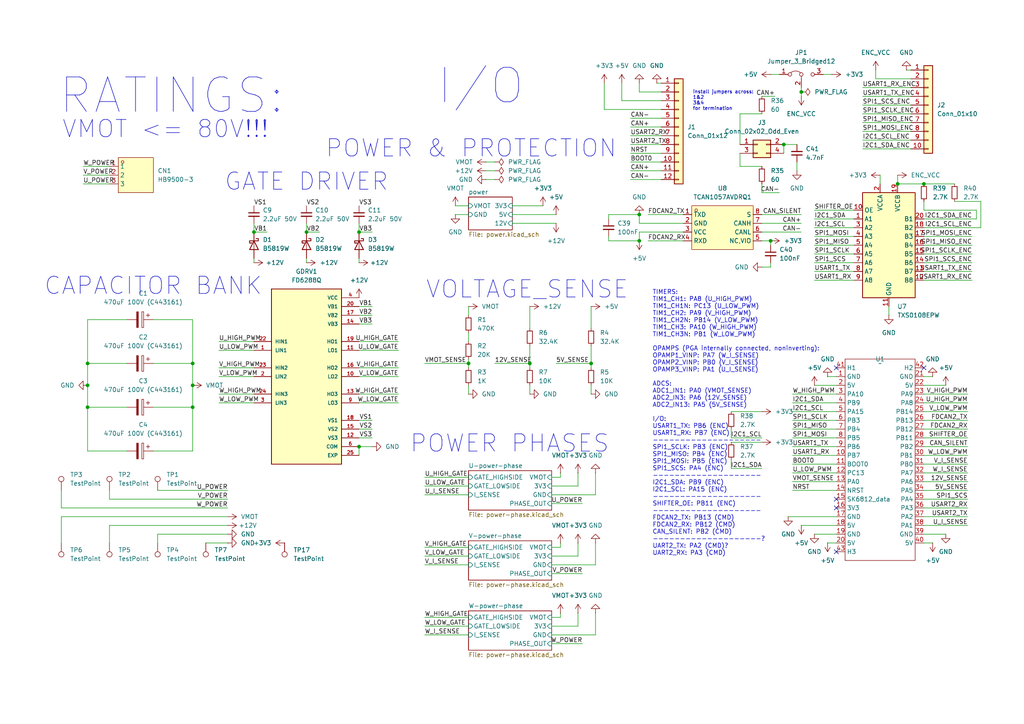
<source format=kicad_sch>
(kicad_sch (version 20250114) (generator "eeschema") (generator_version "9.0")
  (paper "A4")
  (text "POWER PHASES" (at 147.828 128.778 0) (effects (font (size 5 5))))
  (text "GATE DRIVER" (at 88.9 52.832 0) (effects (font (size 5 5))))
  (text "install jumpers across:\n1&2\n3&4\nfor termination" (at 200.914 29.21 0) (effects (font (size 1 1)) (justify left)))
  (text "TIMERS:\nTIM1_CH1: PA8 (U_HIGH_PWM)\nTIM1_CH1N: PC13 (U_LOW_PWM)\nTIM1_CH2: PA9 (V_HIGH_PWM)\nTIM1_CH2N: PB14 (V_LOW_PWM)\nTIM1_CH3: PA10 (W_HIGH_PWM)\nTIM1_CH3N: PB1 (W_LOW_PWM)\n\nOPAMPS (PGA internally connected, noninverting):\nOPAMP1_VINP: PA7 (W_I_SENSE)\nOPAMP2_VINP: PB0 (V_I_SENSE)\nOPAMP3_VINP: PA1 (U_I_SENSE)\n\nADCS:\nADC1_IN1: PA0 (VMOT_SENSE)\nADC2_IN3: PA6 (12V_SENSE)\nADC2_IN13: PA5 (5V_SENSE)\n\nI/O:\nUSART1_TX: PB6 (ENC)\nUSART1_RX: PB7 (ENC)\n--------------------\nSPI1_SCLK: PB3 (ENC)\nSPI1_MISO: PB4 (ENC)\nSPI1_MOSI: PB5 (ENC)\nSPI1_SCS: PA4 (ENC)\n--------------------\nI2C1_SDA: PB9 (ENC)\nI2C1_SCL: PA15 (ENC)\n--------------------\nSHIFTER_OE: PB11 (ENC)\n--------------------\nFDCAN2_TX: PB13 (CMD)\nFDCAN2_RX: PB12 (CMD)\nCAN_SILENT: PB2 (CMD)\n--------------------\r\nUART2_TX: PA2 (CMD)\r\nUART2_RX: PA3 (CMD)" (at 189.23 122.682 0) (effects (font (size 1.27 1.27)) (justify left)))
  (text "I/O" (at 139.446 25.146 0) (effects (font (size 10 10))))
  (text "POWER & PROTECTION" (at 136.652 43.18 0) (effects (font (size 5 5))))
  (text "RATINGS:" (at 49.784 27.94 0) (effects (font (size 10 10))))
  (text "VMOT <= 80V!!!" (at 48.006 37.592 0) (effects (font (size 5 5))))
  (text "VOLTAGE_SENSE" (at 152.908 84.074 0) (effects (font (size 5 5))))
  (text "CAPACITOR BANK" (at 44.45 83.058 0) (effects (font (size 5 5))))
  (junction (at 185.42 69.85))
  (junction (at 185.42 62.23))
  (junction (at 232.41 26.67))
  (junction (at 25.4 111.76))
  (junction (at 260.35 53.34))
  (junction (at 223.52 69.85))
  (junction (at 227.33 41.91))
  (junction (at 267.97 53.34))
  (junction (at 153.67 105.41))
  (junction (at 135.89 105.41))
  (junction (at 104.14 67.31))
  (junction (at 55.88 111.76))
  (junction (at 171.45 105.41))
  (junction (at 104.14 129.54))
  (junction (at 55.88 118.11))
  (junction (at 55.88 105.41))
  (junction (at 25.4 118.11))
  (junction (at 88.9 67.31))
  (junction (at 25.4 105.41))
  (junction (at 73.66 67.31))
  (no_connect (at 242.57 106.68))
  (no_connect (at 242.57 144.78))
  (no_connect (at 242.57 160.02))
  (no_connect (at 267.97 106.68))
  (no_connect (at 242.57 147.32))
  (wire (pts (xy 63.5 116.84) (xy 73.66 116.84)))
  (wire (pts (xy 63.5 114.3) (xy 73.66 114.3)))
  (wire (pts (xy 160.02 179.07) (xy 162.56 179.07)))
  (wire (pts (xy 267.97 139.7) (xy 280.67 139.7)))
  (wire (pts (xy 240.03 109.22) (xy 242.57 109.22)))
  (wire (pts (xy 143.51 105.41) (xy 153.67 105.41)))
  (wire (pts (xy 123.19 181.61) (xy 135.89 181.61)))
  (wire (pts (xy 236.22 71.12) (xy 247.65 71.12)))
  (wire (pts (xy 229.87 132.08) (xy 242.57 132.08)))
  (wire (pts (xy 36.83 92.71) (xy 25.4 92.71)))
  (wire (pts (xy 123.19 179.07) (xy 135.89 179.07)))
  (wire (pts (xy 198.12 64.77) (xy 185.42 64.77)))
  (wire (pts (xy 187.96 62.23) (xy 198.12 62.23)))
  (wire (pts (xy 153.67 88.9) (xy 153.67 95.25)))
  (wire (pts (xy 104.14 67.31) (xy 104.14 64.77)))
  (wire (pts (xy 231.14 46.99) (xy 231.14 49.53)))
  (wire (pts (xy 148.59 59.69) (xy 157.48 59.69)))
  (wire (pts (xy 267.97 144.78) (xy 280.67 144.78)))
  (wire (pts (xy 283.21 60.96) (xy 283.21 63.5)))
  (wire (pts (xy 214.63 33.02) (xy 214.63 41.91)))
  (wire (pts (xy 162.56 179.07) (xy 162.56 177.8)))
  (wire (pts (xy 224.79 27.94) (xy 220.98 27.94)))
  (wire (pts (xy 25.4 92.71) (xy 25.4 105.41)))
  (wire (pts (xy 284.48 66.04) (xy 284.48 58.42)))
  (wire (pts (xy 284.48 58.42) (xy 276.86 58.42)))
  (wire (pts (xy 162.56 158.75) (xy 162.56 157.48)))
  (wire (pts (xy 229.87 116.84) (xy 242.57 116.84)))
  (wire (pts (xy 267.97 134.62) (xy 280.67 134.62)))
  (wire (pts (xy 198.12 67.31) (xy 185.42 67.31)))
  (wire (pts (xy 148.59 62.23) (xy 161.29 62.23)))
  (wire (pts (xy 220.98 33.02) (xy 214.63 33.02)))
  (wire (pts (xy 44.45 130.81) (xy 55.88 130.81)))
  (wire (pts (xy 88.9 67.31) (xy 88.9 64.77)))
  (wire (pts (xy 220.98 55.88) (xy 226.06 55.88)))
  (wire (pts (xy 236.22 76.2) (xy 247.65 76.2)))
  (wire (pts (xy 260.35 53.34) (xy 267.97 53.34)))
  (wire (pts (xy 267.97 63.5) (xy 283.21 63.5)))
  (wire (pts (xy 267.97 53.34) (xy 276.86 53.34)))
  (wire (pts (xy 229.87 134.62) (xy 242.57 134.62)))
  (wire (pts (xy 267.97 114.3) (xy 280.67 114.3)))
  (wire (pts (xy 176.53 69.85) (xy 185.42 69.85)))
  (wire (pts (xy 135.89 105.41) (xy 135.89 106.68)))
  (wire (pts (xy 104.14 116.84) (xy 115.57 116.84)))
  (wire (pts (xy 123.19 161.29) (xy 135.89 161.29)))
  (wire (pts (xy 135.89 111.76) (xy 135.89 114.3)))
  (wire (pts (xy 104.14 91.44) (xy 107.95 91.44)))
  (wire (pts (xy 254 20.32) (xy 254 22.86)))
  (wire (pts (xy 31.75 152.4) (xy 31.75 157.48)))
  (wire (pts (xy 229.87 142.24) (xy 242.57 142.24)))
  (wire (pts (xy 17.78 149.86) (xy 17.78 157.48)))
  (wire (pts (xy 223.52 77.47) (xy 220.98 77.47)))
  (wire (pts (xy 161.29 105.41) (xy 171.45 105.41)))
  (wire (pts (xy 172.72 157.48) (xy 172.72 163.83)))
  (wire (pts (xy 176.53 68.58) (xy 176.53 69.85)))
  (wire (pts (xy 104.14 129.54) (xy 104.14 132.08)))
  (wire (pts (xy 250.19 40.64) (xy 264.16 40.64)))
  (wire (pts (xy 185.42 64.77) (xy 185.42 62.23)))
  (wire (pts (xy 254 22.86) (xy 264.16 22.86)))
  (wire (pts (xy 167.64 177.8) (xy 167.64 181.61)))
  (wire (pts (xy 104.14 114.3) (xy 115.57 114.3)))
  (wire (pts (xy 223.52 69.85) (xy 220.98 69.85)))
  (wire (pts (xy 63.5 99.06) (xy 73.66 99.06)))
  (wire (pts (xy 63.5 109.22) (xy 73.66 109.22)))
  (wire (pts (xy 59.69 157.48) (xy 66.04 157.48)))
  (wire (pts (xy 66.04 147.32) (xy 17.78 147.32)))
  (wire (pts (xy 267.97 149.86) (xy 280.67 149.86)))
  (wire (pts (xy 172.72 137.16) (xy 172.72 143.51)))
  (wire (pts (xy 267.97 129.54) (xy 280.67 129.54)))
  (wire (pts (xy 140.97 52.07) (xy 143.51 52.07)))
  (wire (pts (xy 107.95 67.31) (xy 104.14 67.31)))
  (wire (pts (xy 227.33 41.91) (xy 231.14 41.91)))
  (wire (pts (xy 172.72 177.8) (xy 172.72 184.15)))
  (wire (pts (xy 220.98 135.89) (xy 212.09 135.89)))
  (wire (pts (xy 236.22 66.04) (xy 247.65 66.04)))
  (wire (pts (xy 167.64 161.29) (xy 160.02 161.29)))
  (wire (pts (xy 267.97 58.42) (xy 267.97 60.96)))
  (wire (pts (xy 182.88 41.91) (xy 191.77 41.91)))
  (wire (pts (xy 153.67 100.33) (xy 153.67 105.41)))
  (wire (pts (xy 223.52 76.2) (xy 223.52 77.47)))
  (wire (pts (xy 232.41 152.4) (xy 242.57 152.4)))
  (wire (pts (xy 267.97 60.96) (xy 283.21 60.96)))
  (wire (pts (xy 182.88 36.83) (xy 191.77 36.83)))
  (wire (pts (xy 238.76 21.59) (xy 241.3 21.59)))
  (wire (pts (xy 160.02 146.05) (xy 168.91 146.05)))
  (wire (pts (xy 257.81 88.9) (xy 257.81 91.44)))
  (wire (pts (xy 123.19 138.43) (xy 135.89 138.43)))
  (wire (pts (xy 182.88 34.29) (xy 191.77 34.29)))
  (wire (pts (xy 167.64 157.48) (xy 167.64 161.29)))
  (wire (pts (xy 160.02 158.75) (xy 162.56 158.75)))
  (wire (pts (xy 176.53 63.5) (xy 176.53 62.23)))
  (wire (pts (xy 104.14 121.92) (xy 107.95 121.92)))
  (wire (pts (xy 267.97 121.92) (xy 280.67 121.92)))
  (wire (pts (xy 229.87 139.7) (xy 242.57 139.7)))
  (wire (pts (xy 229.87 121.92) (xy 242.57 121.92)))
  (wire (pts (xy 55.88 118.11) (xy 55.88 111.76)))
  (wire (pts (xy 140.97 49.53) (xy 143.51 49.53)))
  (wire (pts (xy 220.98 55.88) (xy 220.98 53.34)))
  (wire (pts (xy 250.19 35.56) (xy 264.16 35.56)))
  (wire (pts (xy 88.9 76.2) (xy 88.9 74.93)))
  (wire (pts (xy 232.41 26.67) (xy 232.41 25.4)))
  (wire (pts (xy 191.77 31.75) (xy 175.26 31.75)))
  (wire (pts (xy 220.98 67.31) (xy 232.41 67.31)))
  (wire (pts (xy 187.96 69.85) (xy 198.12 69.85)))
  (wire (pts (xy 223.52 71.12) (xy 223.52 69.85)))
  (wire (pts (xy 267.97 124.46) (xy 280.67 124.46)))
  (wire (pts (xy 135.89 88.9) (xy 135.89 91.44)))
  (wire (pts (xy 212.09 119.38) (xy 220.98 119.38)))
  (wire (pts (xy 182.88 49.53) (xy 191.77 49.53)))
  (wire (pts (xy 123.19 163.83) (xy 135.89 163.83)))
  (wire (pts (xy 63.5 106.68) (xy 73.66 106.68)))
  (wire (pts (xy 229.87 137.16) (xy 242.57 137.16)))
  (wire (pts (xy 250.19 43.18) (xy 264.16 43.18)))
  (wire (pts (xy 260.35 50.8) (xy 260.35 53.34)))
  (wire (pts (xy 24.13 48.26) (xy 31.75 48.26)))
  (wire (pts (xy 229.87 129.54) (xy 242.57 129.54)))
  (wire (pts (xy 236.22 63.5) (xy 247.65 63.5)))
  (wire (pts (xy 55.88 92.71) (xy 55.88 105.41)))
  (wire (pts (xy 214.63 48.26) (xy 214.63 44.45)))
  (wire (pts (xy 171.45 100.33) (xy 171.45 105.41)))
  (wire (pts (xy 220.98 48.26) (xy 214.63 48.26)))
  (wire (pts (xy 132.08 59.69) (xy 135.89 59.69)))
  (wire (pts (xy 25.4 111.76) (xy 25.4 105.41)))
  (wire (pts (xy 228.6 149.86) (xy 242.57 149.86)))
  (wire (pts (xy 104.14 109.22) (xy 115.57 109.22)))
  (wire (pts (xy 274.32 154.94) (xy 267.97 154.94)))
  (wire (pts (xy 44.45 92.71) (xy 55.88 92.71)))
  (wire (pts (xy 267.97 147.32) (xy 280.67 147.32)))
  (wire (pts (xy 140.97 46.99) (xy 143.51 46.99)))
  (wire (pts (xy 267.97 71.12) (xy 281.94 71.12)))
  (wire (pts (xy 172.72 163.83) (xy 160.02 163.83)))
  (wire (pts (xy 171.45 105.41) (xy 171.45 106.68)))
  (wire (pts (xy 240.03 157.48) (xy 242.57 157.48)))
  (wire (pts (xy 167.64 181.61) (xy 160.02 181.61)))
  (wire (pts (xy 212.09 135.89) (xy 212.09 133.35)))
  (wire (pts (xy 167.64 137.16) (xy 167.64 140.97)))
  (wire (pts (xy 236.22 111.76) (xy 242.57 111.76)))
  (wire (pts (xy 167.64 140.97) (xy 160.02 140.97)))
  (wire (pts (xy 182.88 52.07) (xy 191.77 52.07)))
  (wire (pts (xy 104.14 76.2) (xy 104.14 74.93)))
  (wire (pts (xy 160.02 186.69) (xy 168.91 186.69)))
  (wire (pts (xy 104.14 99.06) (xy 115.57 99.06)))
  (wire (pts (xy 45.72 142.24) (xy 66.04 142.24)))
  (wire (pts (xy 66.04 144.78) (xy 31.75 144.78)))
  (wire (pts (xy 267.97 78.74) (xy 281.94 78.74)))
  (wire (pts (xy 250.19 38.1) (xy 264.16 38.1)))
  (wire (pts (xy 171.45 88.9) (xy 171.45 95.25)))
  (wire (pts (xy 104.14 101.6) (xy 115.57 101.6)))
  (wire (pts (xy 123.19 140.97) (xy 135.89 140.97)))
  (wire (pts (xy 236.22 60.96) (xy 247.65 60.96)))
  (wire (pts (xy 267.97 119.38) (xy 280.67 119.38)))
  (wire (pts (xy 153.67 111.76) (xy 153.67 114.3)))
  (wire (pts (xy 171.45 111.76) (xy 171.45 114.3)))
  (wire (pts (xy 104.14 93.98) (xy 107.95 93.98)))
  (wire (pts (xy 24.13 50.8) (xy 31.75 50.8)))
  (wire (pts (xy 267.97 111.76) (xy 274.32 111.76)))
  (wire (pts (xy 236.22 154.94) (xy 242.57 154.94)))
  (wire (pts (xy 236.22 73.66) (xy 247.65 73.66)))
  (wire (pts (xy 229.87 114.3) (xy 242.57 114.3)))
  (wire (pts (xy 172.72 143.51) (xy 160.02 143.51)))
  (wire (pts (xy 182.88 39.37) (xy 191.77 39.37)))
  (wire (pts (xy 185.42 67.31) (xy 185.42 69.85)))
  (wire (pts (xy 66.04 154.94) (xy 45.72 154.94)))
  (wire (pts (xy 229.87 124.46) (xy 242.57 124.46)))
  (wire (pts (xy 212.09 127) (xy 212.09 124.46)))
  (wire (pts (xy 44.45 118.11) (xy 55.88 118.11)))
  (wire (pts (xy 220.98 127) (xy 212.09 127)))
  (wire (pts (xy 262.89 20.32) (xy 264.16 20.32)))
  (wire (pts (xy 220.98 64.77) (xy 232.41 64.77)))
  (wire (pts (xy 104.14 88.9) (xy 107.95 88.9)))
  (wire (pts (xy 160.02 138.43) (xy 162.56 138.43)))
  (wire (pts (xy 176.53 62.23) (xy 185.42 62.23)))
  (wire (pts (xy 182.88 46.99) (xy 191.77 46.99)))
  (wire (pts (xy 45.72 154.94) (xy 45.72 157.48)))
  (wire (pts (xy 267.97 66.04) (xy 284.48 66.04)))
  (wire (pts (xy 104.14 124.46) (xy 107.95 124.46)))
  (wire (pts (xy 55.88 105.41) (xy 44.45 105.41)))
  (wire (pts (xy 135.89 104.14) (xy 135.89 105.41)))
  (wire (pts (xy 185.42 26.67) (xy 185.42 24.13)))
  (wire (pts (xy 175.26 24.13) (xy 175.26 31.75)))
  (wire (pts (xy 267.97 137.16) (xy 280.67 137.16)))
  (wire (pts (xy 267.97 76.2) (xy 281.94 76.2)))
  (wire (pts (xy 190.5 24.13) (xy 191.77 24.13)))
  (wire (pts (xy 267.97 81.28) (xy 281.94 81.28)))
  (wire (pts (xy 220.98 62.23) (xy 232.41 62.23)))
  (wire (pts (xy 270.51 157.48) (xy 267.97 157.48)))
  (wire (pts (xy 123.19 184.15) (xy 135.89 184.15)))
  (wire (pts (xy 191.77 26.67) (xy 185.42 26.67)))
  (wire (pts (xy 25.4 105.41) (xy 36.83 105.41)))
  (wire (pts (xy 236.22 68.58) (xy 247.65 68.58)))
  (wire (pts (xy 212.09 128.27) (xy 220.98 128.27)))
  (wire (pts (xy 250.19 25.4) (xy 264.16 25.4)))
  (wire (pts (xy 162.56 138.43) (xy 162.56 137.16)))
  (wire (pts (xy 135.89 96.52) (xy 135.89 99.06)))
  (wire (pts (xy 66.04 149.86) (xy 17.78 149.86)))
  (wire (pts (xy 36.83 118.11) (xy 25.4 118.11)))
  (wire (pts (xy 236.22 78.74) (xy 247.65 78.74)))
  (wire (pts (xy 229.87 127) (xy 242.57 127)))
  (wire (pts (xy 123.19 105.41) (xy 135.89 105.41)))
  (wire (pts (xy 55.88 111.76) (xy 55.88 105.41)))
  (wire (pts (xy 223.52 21.59) (xy 226.06 21.59)))
  (wire (pts (xy 172.72 184.15) (xy 160.02 184.15)))
  (wire (pts (xy 255.27 50.8) (xy 255.27 53.34)))
  (wire (pts (xy 31.75 144.78) (xy 31.75 142.24)))
  (wire (pts (xy 92.71 67.31) (xy 88.9 67.31)))
  (wire (pts (xy 267.97 73.66) (xy 281.94 73.66)))
  (wire (pts (xy 55.88 118.11) (xy 55.88 130.81)))
  (wire (pts (xy 232.41 27.94) (xy 232.41 26.67)))
  (wire (pts (xy 236.22 81.28) (xy 247.65 81.28)))
  (wire (pts (xy 73.66 76.2) (xy 73.66 74.93)))
  (wire (pts (xy 250.19 33.02) (xy 264.16 33.02)))
  (wire (pts (xy 25.4 111.76) (xy 25.4 118.11)))
  (wire (pts (xy 77.47 67.31) (xy 73.66 67.31)))
  (wire (pts (xy 267.97 152.4) (xy 280.67 152.4)))
  (wire (pts (xy 267.97 132.08) (xy 280.67 132.08)))
  (wire (pts (xy 227.33 41.91) (xy 227.33 44.45)))
  (wire (pts (xy 25.4 130.81) (xy 25.4 118.11)))
  (wire (pts (xy 123.19 143.51) (xy 135.89 143.51)))
  (wire (pts (xy 267.97 127) (xy 280.67 127)))
  (wire (pts (xy 153.67 105.41) (xy 153.67 106.68)))
  (wire (pts (xy 148.59 64.77) (xy 161.29 64.77)))
  (wire (pts (xy 104.14 106.68) (xy 115.57 106.68)))
  (wire (pts (xy 63.5 101.6) (xy 73.66 101.6)))
  (wire (pts (xy 267.97 109.22) (xy 270.51 109.22)))
  (wire (pts (xy 180.34 29.21) (xy 180.34 24.13)))
  (wire (pts (xy 229.87 119.38) (xy 242.57 119.38)))
  (wire (pts (xy 17.78 147.32) (xy 17.78 142.24)))
  (wire (pts (xy 160.02 166.37) (xy 168.91 166.37)))
  (wire (pts (xy 267.97 142.24) (xy 280.67 142.24)))
  (wire (pts (xy 123.19 158.75) (xy 135.89 158.75)))
  (wire (pts (xy 267.97 68.58) (xy 281.94 68.58)))
  (wire (pts (xy 267.97 116.84) (xy 280.67 116.84)))
  (wire (pts (xy 182.88 44.45) (xy 191.77 44.45)))
  (wire (pts (xy 250.19 30.48) (xy 264.16 30.48)))
  (wire (pts (xy 66.04 152.4) (xy 31.75 152.4)))
  (wire (pts (xy 250.19 27.94) (xy 264.16 27.94)))
  (wire (pts (xy 191.77 29.21) (xy 180.34 29.21)))
  (wire (pts (xy 132.08 62.23) (xy 135.89 62.23)))
  (wire (pts (xy 73.66 67.31) (xy 73.66 64.77)))
  (wire (pts (xy 104.14 127) (xy 107.95 127)))
  (wire (pts (xy 104.14 129.54) (xy 107.95 129.54)))
  (wire (pts (xy 36.83 130.81) (xy 25.4 130.81)))
  (wire (pts (xy 24.13 53.34) (xy 31.75 53.34)))
  (label "I2C1_SDA_ENC" (at 250.19 43.18 0))
  (label "W_HIGH_GATE" (at 123.19 179.07 0))
  (label "SPI1_MISO" (at 229.87 124.46 0))
  (label "V_POWER" (at 66.04 144.78 180))
  (label "W_POWER" (at 66.04 147.32 180))
  (label "SPI1_MISO_ENC" (at 250.19 35.56 0))
  (label "VB2" (at 92.71 67.31 180))
  (label "SPI1_MISO" (at 236.22 71.12 0))
  (label "V_I_SENSE" (at 123.19 163.83 0))
  (label "U_HIGH_PWM" (at 63.5 99.06 0))
  (label "I2C1_SDA" (at 236.22 63.5 0))
  (label "USART1_TX_ENC" (at 250.19 27.94 0))
  (label "VS3" (at 107.95 127 180))
  (label "V_POWER" (at 168.91 166.37 180))
  (label "V_HIGH_PWM" (at 280.67 114.3 180))
  (label "U_POWER" (at 66.04 142.24 180))
  (label "U_LOW_PWM" (at 63.5 101.6 0))
  (label "I2C1_SDA" (at 220.98 135.89 180))
  (label "USART1_TX_ENC" (at 281.94 78.74 180))
  (label "SPI1_SCS_ENC" (at 281.94 76.2 180))
  (label "VB3" (at 107.95 67.31 180))
  (label "FDCAN2_TX" (at 280.67 121.92 180))
  (label "USART2_TX" (at 280.67 149.86 180))
  (label "SPI1_MOSI_ENC" (at 281.94 68.58 180))
  (label "U_LOW_GATE" (at 115.57 101.6 180))
  (label "I2C1_SDA" (at 229.87 116.84 0))
  (label "I2C1_SCL" (at 236.22 66.04 0))
  (label "VS2" (at 88.9 59.69 0))
  (label "VS3" (at 104.14 59.69 0))
  (label "VMOT_SENSE" (at 229.87 139.7 0))
  (label "W_HIGH_PWM" (at 229.87 114.3 0))
  (label "FDCAN2_RX" (at 280.67 124.46 180))
  (label "CAN-" (at 226.06 55.88 180))
  (label "U_LOW_GATE" (at 123.19 140.97 0))
  (label "V_LOW_PWM" (at 63.5 109.22 0))
  (label "BOOT0" (at 229.87 134.62 0))
  (label "W_LOW_PWM" (at 63.5 116.84 0))
  (label "W_POWER" (at 24.13 48.26 0))
  (label "USART2_TX" (at 182.88 41.91 0))
  (label "SHIFTER_OE" (at 236.22 60.96 0))
  (label "V_HIGH_GATE" (at 123.19 158.75 0))
  (label "USART2_RX" (at 280.67 147.32 180))
  (label "I2C1_SCL" (at 220.98 127 180))
  (label "V_LOW_PWM" (at 280.67 119.38 180))
  (label "W_LOW_GATE" (at 123.19 181.61 0))
  (label "5V_SENSE" (at 161.29 105.41 0))
  (label "V_I_SENSE" (at 280.67 134.62 180))
  (label "USART1_RX" (at 229.87 132.08 0))
  (label "VS1" (at 107.95 121.92 180))
  (label "FDCAN2_TX" (at 187.96 62.23 0))
  (label "U_I_SENSE" (at 123.19 143.51 0))
  (label "CAN+" (at 182.88 36.83 0))
  (label "V_LOW_GATE" (at 123.19 161.29 0))
  (label "V_HIGH_GATE" (at 115.57 106.68 180))
  (label "SPI1_SCS" (at 280.67 144.78 180))
  (label "V_LOW_GATE" (at 115.57 109.22 180))
  (label "CAN_SILENT" (at 232.41 62.23 180))
  (label "SPI1_SCLK_ENC" (at 250.19 33.02 0))
  (label "USART1_RX_ENC" (at 281.94 81.28 180))
  (label "W_POWER" (at 168.91 186.69 180))
  (label "SPI1_MOSI_ENC" (at 250.19 38.1 0))
  (label "VS1" (at 73.66 59.69 0))
  (label "CAN-" (at 232.41 67.31 180))
  (label "VS2" (at 107.95 124.46 180))
  (label "I2C1_SCL" (at 229.87 119.38 0))
  (label "W_LOW_GATE" (at 115.57 116.84 180))
  (label "12V_SENSE" (at 280.67 139.7 180))
  (label "V_POWER" (at 24.13 50.8 0))
  (label "VB1" (at 107.95 88.9 180))
  (label "VB2" (at 107.95 91.44 180))
  (label "U_POWER" (at 24.13 53.34 0))
  (label "U_POWER" (at 168.91 146.05 180))
  (label "CAN-" (at 182.88 34.29 0))
  (label "SHIFTER_OE" (at 280.67 127 180))
  (label "CAN-" (at 182.88 52.07 0))
  (label "I2C1_SCL_ENC" (at 250.19 40.64 0))
  (label "CAN_SILENT" (at 280.67 129.54 180))
  (label "NRST" (at 182.88 44.45 0))
  (label "USART1_TX" (at 229.87 129.54 0))
  (label "V_HIGH_PWM" (at 63.5 106.68 0))
  (label "U_LOW_PWM" (at 229.87 137.16 0))
  (label "SPI1_SCS_ENC" (at 250.19 30.48 0))
  (label "CAN+" (at 182.88 49.53 0))
  (label "U_I_SENSE" (at 280.67 152.4 180))
  (label "W_LOW_PWM" (at 280.67 132.08 180))
  (label "VB1" (at 77.47 67.31 180))
  (label "12V_SENSE" (at 143.51 105.41 0))
  (label "CAN+" (at 232.41 64.77 180))
  (label "BOOT0" (at 182.88 46.99 0))
  (label "CAN+" (at 224.79 27.94 180))
  (label "W_HIGH_GATE" (at 115.57 114.3 180))
  (label "USART2_RX" (at 182.88 39.37 0))
  (label "VMOT_SENSE" (at 123.19 105.41 0))
  (label "U_HIGH_PWM" (at 280.67 116.84 180))
  (label "W_I_SENSE" (at 123.19 184.15 0))
  (label "SPI1_MISO_ENC" (at 281.94 71.12 180))
  (label "VB3" (at 107.95 93.98 180))
  (label "USART1_TX" (at 236.22 78.74 0))
  (label "FDCAN2_RX" (at 187.96 69.85 0))
  (label "U_HIGH_GATE" (at 123.19 138.43 0))
  (label "I2C1_SDA_ENC" (at 281.94 63.5 180))
  (label "NRST" (at 229.87 142.24 0))
  (label "I2C1_SCL_ENC" (at 281.94 66.04 180))
  (label "USART1_RX_ENC" (at 250.19 25.4 0))
  (label "W_HIGH_PWM" (at 63.5 114.3 0))
  (label "U_HIGH_GATE" (at 115.57 99.06 180))
  (label "W_I_SENSE" (at 280.67 137.16 180))
  (label "SPI1_MOSI" (at 229.87 127 0))
  (label "SPI1_SCLK" (at 236.22 73.66 0))
  (label "5V_SENSE" (at 280.67 142.24 180))
  (label "SPI1_SCS" (at 236.22 76.2 0))
  (label "USART1_RX" (at 236.22 81.28 0))
  (label "SPI1_SCLK" (at 229.87 121.92 0))
  (label "SPI1_SCLK_ENC" (at 281.94 73.66 180))
  (label "SPI1_MOSI" (at 236.22 68.58 0))
  (symbol (lib_id "power:GND") (at 185.42 24.13 180) (unit 1)
    (property "Reference" "#PWR050" (effects (hide yes)))
    (property "Value" "GND" (at 185.42 19.05 0))
    (property "Description" "Power symbol creates a global label with name \"GND\" , ground" (effects (hide yes)))
  )
  (symbol (lib_id "power:VCC") (at 132.08 59.69 0) (unit 1)
    (property "Reference" "#PWR020" (effects (hide yes)))
    (property "Value" "VMOT" (at 132.08 54.61 0))
    (property "Description" "Power symbol creates a global label with name \"VCC\"" (effects (hide yes)))
  )
  (symbol (lib_id "power:PWR_FLAG") (at 232.41 26.67 270) (unit 1)
    (property "Reference" "#FLG06" (effects (hide yes)))
    (property "Value" "PWR_FLAG" (at 236.22 26.67 90) (effects (justify left)))
    (property "Description" "Special symbol for telling ERC where power comes from" (effects (hide yes)))
  )
  (symbol (lib_id "power:GND") (at 262.89 20.32 180) (unit 1)
    (property "Reference" "#PWR037" (effects (hide yes)))
    (property "Value" "GND" (at 262.89 15.24 0))
    (property "Description" "Power symbol creates a global label with name \"GND\" , ground" (effects (hide yes)))
  )
  (symbol (lib_id "Device:R_Small") (at 220.98 50.8 0) (unit 1)
    (property "Reference" "R35" (at 223.52 49.53 0) (effects (justify left)))
    (property "Value" "60" (at 223.52 52.07 0) (effects (justify left)))
    (property "Footprint" "Resistor_SMD:R_0603_1608Metric" (effects (hide yes)))
    (property "Description" "Resistor, small symbol" (effects (hide yes)))
  )
  (symbol (lib_id "Device:C_Polarized") (at 40.64 118.11 270) (unit 1)
    (property "Reference" "C3" (at 41.529 110.49 90))
    (property "Value" "470uF 100V (C443161)" (at 41.529 113.03 90))
    (property "Footprint" "Capacitor_THT:C_Radial_D18.0mm_H35.5mm_P7.50mm" (effects (hide yes)))
    (property "Description" "Polarized capacitor" (effects (hide yes)))
  )
  (symbol (lib_id "power:GND") (at 231.14 49.53 0) (unit 1)
    (property "Reference" "#PWR055" (effects (hide yes)))
    (property "Value" "GND" (at 231.14 54.61 0))
    (property "Description" "Power symbol creates a global label with name \"GND\" , ground" (effects (hide yes)))
  )
  (symbol (lib_id "Connector_Generic:Conn_02x02_Odd_Even") (at 219.71 41.91 0) (unit 1)
    (property "Reference" "J3" (at 220.98 35.56 0))
    (property "Value" "Conn_02x02_Odd_Even" (at 220.98 38.1 0))
    (property "Footprint" "Connector_PinHeader_2.54mm:PinHeader_2x02_P2.54mm_Vertical" (effects (hide yes)))
    (property "Description" "Generic connector, double row, 02x02, odd/even pin numbering scheme (row 1 odd numbers, row 2 even numbers), script generated (kicad-library-utils/schlib/autogen/connector/)" (effects (hide yes)))
  )
  (symbol (lib_id "power:+5V") (at 236.22 111.76 0) (mirror y) (unit 1)
    (property "Reference" "#PWR034" (effects (hide yes)))
    (property "Value" "+5V" (at 236.22 106.68 0))
    (property "Description" "Power symbol creates a global label with name \"+5V\"" (effects (hide yes)))
  )
  (symbol (lib_id "power:+3V3") (at 232.41 27.94 180) (unit 1)
    (property "Reference" "#PWR040" (effects (hide yes)))
    (property "Value" "ENC_VCC" (at 232.41 33.02 0))
    (property "Description" "Power symbol creates a global label with name \"+3V3\"" (effects (hide yes)))
  )
  (symbol (lib_id "power:GND") (at 107.95 129.54 90) (unit 1)
    (property "Reference" "#PWR08" (effects (hide yes)))
    (property "Value" "GND" (at 111.76 129.54 90) (effects (justify right)))
    (property "Description" "Power symbol creates a global label with name \"GND\" , ground" (effects (hide yes)))
  )
  (symbol (lib_id "Device:R_Small") (at 135.89 101.6 0) (unit 1)
    (property "Reference" "R2" (at 138.43 100.33 0) (effects (justify left)))
    (property "Value" "20K" (at 138.43 102.87 0) (effects (justify left)))
    (property "Footprint" "Resistor_SMD:R_0603_1608Metric" (effects (hide yes)))
    (property "Description" "Resistor, small symbol" (effects (hide yes)))
  )
  (symbol (lib_id "power:GND") (at 236.22 154.94 0) (unit 1)
    (property "Reference" "#PWR025" (effects (hide yes)))
    (property "Value" "GND" (at 236.22 160.02 0))
    (property "Description" "Power symbol creates a global label with name \"GND\" , ground" (effects (hide yes)))
  )
  (symbol (lib_id "Custom:STM32G491CET6_breakout") (at 255.27 134.62 0) (unit 1)
    (property "Reference" "U1" (at 255.27 104.14 0))
    (property "Value" "~" (at 255.27 105.41 0))
    (property "Footprint" "Custom:STM32G491CET6 breakout" (effects (hide yes)))
  )
  (symbol (lib_id "power:+3V3") (at 167.64 157.48 0) (unit 1)
    (property "Reference" "#PWR015" (effects (hide yes)))
    (property "Value" "+3V3" (at 167.64 152.4 0))
    (property "Description" "Power symbol creates a global label with name \"+3V3\"" (effects (hide yes)))
  )
  (symbol (lib_id "EasyEDA:HB9500-3") (at 38.1 50.8 0) (unit 1)
    (property "Reference" "CN1" (at 45.72 49.53 0) (effects (justify left)))
    (property "Value" "HB9500-3" (at 45.72 52.07 0) (effects (justify left)))
    (property "Footprint" "EasyEDA:CONN-TH_3P-P9.50_HB9500-9.5-3P" (effects (hide yes)))
    (property "Datasheet" "https://lcsc.com/product-detail/Terminal-Blocks_Terminals-pitch9-5MM-3P_C162697.html" (effects (hide yes)))
    (property "LCSC Part" "C162697" (effects (hide yes)))
  )
  (symbol (lib_id "Device:R_Small") (at 267.97 55.88 0) (unit 1)
    (property "Reference" "R39" (at 270.51 54.61 0) (effects (justify left)))
    (property "Value" "2.7K" (at 270.51 57.15 0) (effects (justify left)))
    (property "Footprint" "Resistor_SMD:R_0603_1608Metric" (effects (hide yes)))
    (property "Description" "Resistor, small symbol" (effects (hide yes)))
  )
  (symbol (lib_id "power:+5V") (at 240.03 157.48 180) (unit 1)
    (property "Reference" "#PWR027" (effects (hide yes)))
    (property "Value" "+5V" (at 240.03 162.56 0))
    (property "Description" "Power symbol creates a global label with name \"+5V\"" (effects (hide yes)))
  )
  (symbol (lib_id "power:GND") (at 240.03 109.22 180) (unit 1)
    (property "Reference" "#PWR023" (effects (hide yes)))
    (property "Value" "GND" (at 240.03 104.14 0))
    (property "Description" "Power symbol creates a global label with name \"GND\" , ground" (effects (hide yes)))
  )
  (symbol (lib_id "Device:C_Polarized") (at 40.64 130.81 270) (unit 1)
    (property "Reference" "C4" (at 41.529 123.19 90))
    (property "Value" "470uF 100V (C443161)" (at 41.529 125.73 90))
    (property "Footprint" "Capacitor_THT:C_Radial_D18.0mm_H35.5mm_P7.50mm" (effects (hide yes)))
    (property "Description" "Polarized capacitor" (effects (hide yes)))
  )
  (symbol (lib_id "power:+12V") (at 161.29 64.77 180) (unit 1)
    (property "Reference" "#PWR07" (effects (hide yes)))
    (property "Value" "+12V" (at 161.29 69.85 0))
    (property "Description" "Power symbol creates a global label with name \"+12V\"" (effects (hide yes)))
  )
  (symbol (lib_id "power:+3V3") (at 241.3 21.59 270) (unit 1)
    (property "Reference" "#PWR036" (effects (hide yes)))
    (property "Value" "+3V3" (at 245.11 21.59 90) (effects (justify left)))
    (property "Description" "Power symbol creates a global label with name \"+3V3\"" (effects (hide yes)))
  )
  (symbol (lib_id "Device:R_Small") (at 212.09 130.81 0) (unit 1)
    (property "Reference" "R37" (at 214.63 129.54 0) (effects (justify left)))
    (property "Value" "2.7K" (at 214.63 132.08 0) (effects (justify left)))
    (property "Footprint" "Resistor_SMD:R_0603_1608Metric" (effects (hide yes)))
    (property "Description" "Resistor, small symbol" (effects (hide yes)))
  )
  (symbol (lib_id "power:GND") (at 132.08 62.23 0) (unit 1)
    (property "Reference" "#PWR021" (effects (hide yes)))
    (property "Value" "GND" (at 132.08 67.31 0))
    (property "Description" "Power symbol creates a global label with name \"GND\" , ground" (effects (hide yes)))
  )
  (symbol (lib_id "power:VCC") (at 55.88 111.76 270) (unit 1)
    (property "Reference" "#PWR02" (effects (hide yes)))
    (property "Value" "VMOT" (at 59.69 111.76 90) (effects (justify left)))
    (property "Description" "Power symbol creates a global label with name \"VCC\"" (effects (hide yes)))
  )
  (symbol (lib_id "power:+3V3") (at 157.48 59.69 0) (unit 1)
    (property "Reference" "#PWR035" (effects (hide yes)))
    (property "Value" "+3V3" (at 157.48 54.61 0))
    (property "Description" "Power symbol creates a global label with name \"+3V3\"" (effects (hide yes)))
  )
  (symbol (lib_id "Device:C_Small") (at 104.14 62.23 0) (unit 1)
    (property "Reference" "C11" (at 106.68 60.9663 0) (effects (justify left)))
    (property "Value" "2.2uF 50V" (at 106.68 63.5063 0) (effects (justify left)))
    (property "Footprint" "Capacitor_SMD:C_0805_2012Metric" (effects (hide yes)))
    (property "Description" "Unpolarized capacitor, small symbol" (effects (hide yes)))
  )
  (symbol (lib_id "EasyEDA:TCAN1057AVDRQ1") (at 210.82 67.31 0) (unit 1)
    (property "Reference" "U8" (at 209.55 54.61 0))
    (property "Value" "TCAN1057AVDRQ1" (at 209.55 57.15 0))
    (property "Footprint" "EasyEDA:SOIC-8_L4.9-W3.9-P1.27-LS6.0-BL" (effects (hide yes)))
    (property "LCSC Part" "C3235000" (effects (hide yes)))
  )
  (symbol (lib_id "power:+3V3") (at 260.35 50.8 270) (unit 1)
    (property "Reference" "#PWR042" (effects (hide yes)))
    (property "Value" "ENC_VCC" (at 264.16 50.8 90) (effects (justify left)))
    (property "Description" "Power symbol creates a global label with name \"+3V3\"" (effects (hide yes)))
  )
  (symbol (lib_id "power:+3V3") (at 220.98 128.27 270) (unit 1)
    (property "Reference" "#PWR059" (effects (hide yes)))
    (property "Value" "+3V3" (at 224.79 128.27 90) (effects (justify left)))
    (property "Description" "Power symbol creates a global label with name \"+3V3\"" (effects (hide yes)))
  )
  (symbol (lib_id "power:GND") (at 274.32 154.94 0) (mirror y) (unit 1)
    (property "Reference" "#PWR031" (effects (hide yes)))
    (property "Value" "GND" (at 274.32 160.02 0))
    (property "Description" "Power symbol creates a global label with name \"GND\" , ground" (effects (hide yes)))
  )
  (symbol (lib_id "Device:C_Polarized") (at 40.64 92.71 270) (unit 1)
    (property "Reference" "C1" (at 41.529 85.09 90))
    (property "Value" "470uF 100V (C443161)" (at 41.529 87.63 90))
    (property "Footprint" "Capacitor_THT:C_Radial_D18.0mm_H35.5mm_P7.50mm" (effects (hide yes)))
    (property "Description" "Polarized capacitor" (effects (hide yes)))
  )
  (symbol (lib_id "Device:C_Polarized") (at 40.64 105.41 270) (unit 1)
    (property "Reference" "C2" (at 41.529 97.79 90))
    (property "Value" "470uF 100V (C443161)" (at 41.529 100.33 90))
    (property "Footprint" "Capacitor_THT:C_Radial_D18.0mm_H35.5mm_P7.50mm" (effects (hide yes)))
    (property "Description" "Polarized capacitor" (effects (hide yes)))
  )
  (symbol (lib_id "power:+3V3") (at 223.52 69.85 270) (unit 1)
    (property "Reference" "#PWR058" (effects (hide yes)))
    (property "Value" "+3V3" (at 227.33 69.85 90) (effects (justify left)))
    (property "Description" "Power symbol creates a global label with name \"+3V3\"" (effects (hide yes)))
  )
  (symbol (lib_id "Connector:TestPoint") (at 82.55 157.48 180) (unit 1)
    (property "Reference" "TP17" (at 85.09 159.512 0) (effects (justify right)))
    (property "Value" "TestPoint" (at 85.09 162.052 0) (effects (justify right)))
    (property "Footprint" "Connector_PinSocket_2.54mm:PinSocket_1x01_P2.54mm_Vertical" (effects (hide yes)))
    (property "Description" "test point" (effects (hide yes)))
  )
  (symbol (lib_id "Device:C_Small") (at 176.53 66.04 0) (unit 1)
    (property "Reference" "C39" (at 179.07 64.7763 0) (effects (justify left)))
    (property "Value" "100nF" (at 179.07 67.3163 0) (effects (justify left)))
    (property "Footprint" "Capacitor_SMD:C_0603_1608Metric" (effects (hide yes)))
    (property "Description" "Unpolarized capacitor, small symbol" (effects (hide yes)))
  )
  (symbol (lib_id "power:+3V3") (at 220.98 119.38 270) (unit 1)
    (property "Reference" "#PWR060" (effects (hide yes)))
    (property "Value" "+3V3" (at 224.79 119.38 90) (effects (justify left)))
    (property "Description" "Power symbol creates a global label with name \"+3V3\"" (effects (hide yes)))
  )
  (symbol (lib_id "power:+5V") (at 153.67 88.9 270) (unit 1)
    (property "Reference" "#PWR047" (effects (hide yes)))
    (property "Value" "+12V" (at 157.48 88.9 90) (effects (justify left)))
    (property "Description" "Power symbol creates a global label with name \"+5V\"" (effects (hide yes)))
  )
  (symbol (lib_id "power:PWR_FLAG") (at 143.51 49.53 270) (unit 1)
    (property "Reference" "#FLG02" (effects (hide yes)))
    (property "Value" "PWR_FLAG" (at 147.32 49.53 90) (effects (justify left)))
    (property "Description" "Special symbol for telling ERC where power comes from" (effects (hide yes)))
  )
  (symbol (lib_id "power:+12V") (at 104.14 86.36 0) (unit 1)
    (property "Reference" "#PWR03" (effects (hide yes)))
    (property "Value" "+12V" (at 104.14 81.28 0))
    (property "Description" "Power symbol creates a global label with name \"+12V\"" (effects (hide yes)))
  )
  (symbol (lib_id "Device:R_Small") (at 153.67 97.79 0) (unit 1)
    (property "Reference" "R6" (at 156.21 96.52 0) (effects (justify left)))
    (property "Value" "32.4K" (at 156.21 99.06 0) (effects (justify left)))
    (property "Footprint" "Resistor_SMD:R_0603_1608Metric" (effects (hide yes)))
    (property "Description" "Resistor, small symbol" (effects (hide yes)))
  )
  (symbol (lib_id "power:GND") (at 172.72 157.48 180) (unit 1)
    (property "Reference" "#PWR018" (effects (hide yes)))
    (property "Value" "GND" (at 172.72 152.4 0))
    (property "Description" "Power symbol creates a global label with name \"GND\" , ground" (effects (hide yes)))
  )
  (symbol (lib_id "power:+5V") (at 223.52 21.59 90) (unit 1)
    (property "Reference" "#PWR038" (effects (hide yes)))
    (property "Value" "+5V" (at 219.71 21.59 90) (effects (justify left)))
    (property "Description" "Power symbol creates a global label with name \"+5V\"" (effects (hide yes)))
  )
  (symbol (lib_id "power:+12V") (at 66.04 152.4 270) (unit 1)
    (property "Reference" "#PWR061" (effects (hide yes)))
    (property "Value" "+12V" (at 69.215 152.4 90) (effects (justify left)))
    (property "Description" "Power symbol creates a global label with name \"+12V\"" (effects (hide yes)))
  )
  (symbol (lib_id "power:+5V") (at 232.41 152.4 180) (unit 1)
    (property "Reference" "#PWR028" (effects (hide yes)))
    (property "Value" "+5V" (at 232.41 157.48 0))
    (property "Description" "Power symbol creates a global label with name \"+5V\"" (effects (hide yes)))
  )
  (symbol (lib_id "Device:D_Schottky") (at 88.9 71.12 270) (unit 1)
    (property "Reference" "D2" (at 91.44 69.5325 90) (effects (justify left)))
    (property "Value" "B5819W" (at 91.44 72.0725 90) (effects (justify left)))
    (property "Footprint" "Diode_SMD:D_SOD-123F" (effects (hide yes)))
    (property "Description" "Schottky diode" (effects (hide yes)))
  )
  (symbol (lib_id "power:+12V") (at 73.66 76.2 270) (unit 1)
    (property "Reference" "#PWR04" (effects (hide yes)))
    (property "Value" "+12V" (at 77.069 76.2 90) (effects (justify left)))
    (property "Description" "Power symbol creates a global label with name \"+12V\"" (effects (hide yes)))
  )
  (symbol (lib_id "power:+5V") (at 274.32 111.76 0) (mirror y) (unit 1)
    (property "Reference" "#PWR033" (effects (hide yes)))
    (property "Value" "+5V" (at 274.32 106.68 0))
    (property "Description" "Power symbol creates a global label with name \"+5V\"" (effects (hide yes)))
  )
  (symbol (lib_id "power:+3V3") (at 82.55 157.48 90) (unit 1)
    (property "Reference" "#PWR064" (effects (hide yes)))
    (property "Value" "+3V3" (at 78.74 157.48 90) (effects (justify left)))
    (property "Description" "Power symbol creates a global label with name \"+3V3\"" (effects (hide yes)))
  )
  (symbol (lib_id "power:+3V3") (at 254 20.32 0) (unit 1)
    (property "Reference" "#PWR041" (effects (hide yes)))
    (property "Value" "ENC_VCC" (at 254 15.24 0))
    (property "Description" "Power symbol creates a global label with name \"+3V3\"" (effects (hide yes)))
  )
  (symbol (lib_id "power:+3V3") (at 255.27 50.8 90) (unit 1)
    (property "Reference" "#PWR039" (effects (hide yes)))
    (property "Value" "+3V3" (at 251.46 50.8 90) (effects (justify left)))
    (property "Description" "Power symbol creates a global label with name \"+3V3\"" (effects (hide yes)))
  )
  (symbol (lib_id "power:GND") (at 172.72 137.16 180) (unit 1)
    (property "Reference" "#PWR017" (effects (hide yes)))
    (property "Value" "GND" (at 172.72 132.08 0))
    (property "Description" "Power symbol creates a global label with name \"GND\" , ground" (effects (hide yes)))
  )
  (symbol (lib_id "power:+3V3") (at 175.26 24.13 0) (unit 1)
    (property "Reference" "#PWR051" (effects (hide yes)))
    (property "Value" "+3V3" (at 175.26 19.05 0))
    (property "Description" "Power symbol creates a global label with name \"+3V3\"" (effects (hide yes)))
  )
  (symbol (lib_id "power:+5V") (at 185.42 69.85 180) (unit 1)
    (property "Reference" "#PWR030" (effects (hide yes)))
    (property "Value" "+5V" (at 185.42 74.93 0))
    (property "Description" "Power symbol creates a global label with name \"+5V\"" (effects (hide yes)))
  )
  (symbol (lib_id "Device:C_Small") (at 88.9 62.23 0) (unit 1)
    (property "Reference" "C10" (at 91.44 60.9663 0) (effects (justify left)))
    (property "Value" "2.2uF 50V" (at 91.44 63.5063 0) (effects (justify left)))
    (property "Footprint" "Capacitor_SMD:C_0805_2012Metric" (effects (hide yes)))
    (property "Description" "Unpolarized capacitor, small symbol" (effects (hide yes)))
  )
  (symbol (lib_id "Connector_Generic:Conn_01x10") (at 269.24 30.48 0) (unit 1)
    (property "Reference" "J2" (at 271.78 30.48 0) (effects (justify left)))
    (property "Value" "Conn_01x10" (at 271.78 33.02 0) (effects (justify left)))
    (property "Footprint" "Connector_JST:JST_XH_S10B-XH-A_1x10_P2.50mm_Horizontal" (effects (hide yes)))
    (property "Description" "Generic connector, single row, 01x10, script generated (kicad-library-utils/schlib/autogen/connector/)" (effects (hide yes)))
  )
  (symbol (lib_id "Logic_LevelTranslator:TXS0108EPW") (at 257.81 71.12 0) (unit 1)
    (property "Reference" "U7" (at 260.2563 88.9 0) (effects (justify left)))
    (property "Value" "TXS0108EPW" (at 260.2563 91.44 0) (effects (justify left)))
    (property "Footprint" "Package_SO:TSSOP-20_4.4x6.5mm_P0.65mm" (effects (hide yes)))
    (property "Datasheet" "www.ti.com/lit/ds/symlink/txs0108e.pdf" (effects (hide yes)))
    (property "Description" "Bidirectional  level-shifting voltage translator, TSSOP-20" (effects (hide yes)))
  )
  (symbol (lib_id "power:GND") (at 172.72 177.8 180) (unit 1)
    (property "Reference" "#PWR019" (effects (hide yes)))
    (property "Value" "GND" (at 172.72 172.72 0))
    (property "Description" "Power symbol creates a global label with name \"GND\" , ground" (effects (hide yes)))
  )
  (symbol (lib_id "power:GND") (at 270.51 109.22 180) (unit 1)
    (property "Reference" "#PWR024" (effects (hide yes)))
    (property "Value" "GND" (at 270.51 104.14 0))
    (property "Description" "Power symbol creates a global label with name \"GND\" , ground" (effects (hide yes)))
  )
  (symbol (lib_id "Connector:TestPoint") (at 31.75 142.24 0) (unit 1)
    (property "Reference" "TP2" (at 34.29 137.668 0) (effects (justify left)))
    (property "Value" "TestPoint" (at 34.29 140.208 0) (effects (justify left)))
    (property "Footprint" "Connector_PinSocket_2.54mm:PinSocket_1x01_P2.54mm_Vertical" (effects (hide yes)))
    (property "Description" "test point" (effects (hide yes)))
  )
  (symbol (lib_id "power:PWR_FLAG") (at 143.51 52.07 270) (unit 1)
    (property "Reference" "#FLG05" (effects (hide yes)))
    (property "Value" "PWR_FLAG" (at 147.32 52.07 90) (effects (justify left)))
    (property "Description" "Special symbol for telling ERC where power comes from" (effects (hide yes)))
  )
  (symbol (lib_id "power:+12V") (at 104.14 76.2 270) (unit 1)
    (property "Reference" "#PWR06" (effects (hide yes)))
    (property "Value" "+12V" (at 107.315 76.2 90) (effects (justify left)))
    (property "Description" "Power symbol creates a global label with name \"+12V\"" (effects (hide yes)))
  )
  (symbol (lib_id "power:VCC") (at 140.97 46.99 90) (unit 1)
    (property "Reference" "#PWR053" (effects (hide yes)))
    (property "Value" "VMOT" (at 137.16 46.99 90) (effects (justify left)))
    (property "Description" "Power symbol creates a global label with name \"VCC\"" (effects (hide yes)))
  )
  (symbol (lib_id "power:GND") (at 228.6 149.86 0) (unit 1)
    (property "Reference" "#PWR026" (effects (hide yes)))
    (property "Value" "GND" (at 228.6 154.94 0))
    (property "Description" "Power symbol creates a global label with name \"GND\" , ground" (effects (hide yes)))
  )
  (symbol (lib_id "power:VCC") (at 162.56 177.8 0) (unit 1)
    (property "Reference" "#PWR013" (effects (hide yes)))
    (property "Value" "VMOT" (at 162.56 172.72 0))
    (property "Description" "Power symbol creates a global label with name \"VCC\"" (effects (hide yes)))
  )
  (symbol (lib_id "power:GND") (at 171.45 114.3 90) (unit 1)
    (property "Reference" "#PWR046" (effects (hide yes)))
    (property "Value" "GND" (at 175.26 114.3 90) (effects (justify right)))
    (property "Description" "Power symbol creates a global label with name \"GND\" , ground" (effects (hide yes)))
  )
  (symbol (lib_id "Device:D_Schottky") (at 104.14 71.12 270) (unit 1)
    (property "Reference" "D3" (at 106.68 69.5325 90) (effects (justify left)))
    (property "Value" "B5819W" (at 106.68 72.0725 90) (effects (justify left)))
    (property "Footprint" "Diode_SMD:D_SOD-123F" (effects (hide yes)))
    (property "Description" "Schottky diode" (effects (hide yes)))
  )
  (symbol (lib_id "power:GND") (at 135.89 114.3 90) (unit 1)
    (property "Reference" "#PWR010" (effects (hide yes)))
    (property "Value" "GND" (at 139.7 114.3 90) (effects (justify right)))
    (property "Description" "Power symbol creates a global label with name \"GND\" , ground" (effects (hide yes)))
  )
  (symbol (lib_id "Jumper:Jumper_3_Bridged12") (at 232.41 21.59 0) (unit 1) (in_bom no)
    (property "Reference" "JP1" (at 232.41 15.24 0))
    (property "Value" "Jumper_3_Bridged12" (at 232.41 17.78 0))
    (property "Footprint" "Connector_PinHeader_2.54mm:PinHeader_1x03_P2.54mm_Vertical" (effects (hide yes)))
    (property "Description" "Jumper, 3-pole, pins 1+2 closed/bridged" (effects (hide yes)))
  )
  (symbol (lib_id "SnapEDA:FD6288Q") (at 88.9 109.22 0) (unit 1)
    (property "Reference" "GDRV1" (at 88.9 78.74 0))
    (property "Value" "FD6288Q" (at 88.9 81.28 0))
    (property "Footprint" "Snapeda:FD6288Q_QFN50P400X400X90-25N" (effects (hide yes)))
    (property "MF" "Fortior Tech" (effects (hide yes)))
    (property "Description_1" "MOS Drivers QFN-24" (effects (hide yes)))
    (property "Package" "Package" (effects (hide yes)))
    (property "Price" "None" (effects (hide yes)))
    (property "Check_prices" "https://www.snapeda.com/parts/FD6288Q/Fortior+Tech/view-part/?ref=eda" (effects (hide yes)))
    (property "STANDARD" "IPC-7351B" (effects (hide yes)))
    (property "SnapEDA_Link" "https://www.snapeda.com/parts/FD6288Q/Fortior+Tech/view-part/?ref=snap" (effects (hide yes)))
    (property "MP" "FD6288Q" (effects (hide yes)))
    (property "Availability" "Not in stock" (effects (hide yes)))
    (property "MANUFACTURER" "Fortior Tech" (effects (hide yes)))
  )
  (symbol (lib_id "Connector:TestPoint") (at 59.69 157.48 180) (unit 1)
    (property "Reference" "TP7" (at 62.23 159.512 0) (effects (justify right)))
    (property "Value" "TestPoint" (at 62.23 162.052 0) (effects (justify right)))
    (property "Footprint" "Connector_PinSocket_2.54mm:PinSocket_1x01_P2.54mm_Vertical" (effects (hide yes)))
    (property "Description" "test point" (effects (hide yes)))
  )
  (symbol (lib_id "power:GND") (at 220.98 77.47 270) (unit 1)
    (property "Reference" "#PWR044" (effects (hide yes)))
    (property "Value" "GND" (at 217.17 77.47 90) (effects (justify right)))
    (property "Description" "Power symbol creates a global label with name \"GND\" , ground" (effects (hide yes)))
  )
  (symbol (lib_id "power:+12V") (at 140.97 49.53 90) (unit 1)
    (property "Reference" "#PWR054" (effects (hide yes)))
    (property "Value" "+12V" (at 137.16 49.53 90) (effects (justify left)))
    (property "Description" "Power symbol creates a global label with name \"+12V\"" (effects (hide yes)))
  )
  (symbol (lib_id "power:GND") (at 185.42 62.23 180) (unit 1)
    (property "Reference" "#PWR029" (effects (hide yes)))
    (property "Value" "GND" (at 185.42 57.15 0))
    (property "Description" "Power symbol creates a global label with name \"GND\" , ground" (effects (hide yes)))
  )
  (symbol (lib_id "Connector:TestPoint") (at 17.78 157.48 180) (unit 1)
    (property "Reference" "TP6" (at 20.32 159.512 0) (effects (justify right)))
    (property "Value" "TestPoint" (at 20.32 162.052 0) (effects (justify right)))
    (property "Footprint" "Connector_PinSocket_2.54mm:PinSocket_1x01_P2.54mm_Vertical" (effects (hide yes)))
    (property "Description" "test point" (effects (hide yes)))
  )
  (symbol (lib_id "Connector:TestPoint") (at 45.72 157.48 180) (unit 1)
    (property "Reference" "TP4" (at 48.26 159.512 0) (effects (justify right)))
    (property "Value" "TestPoint" (at 48.26 162.052 0) (effects (justify right)))
    (property "Footprint" "Connector_PinSocket_2.54mm:PinSocket_1x01_P2.54mm_Vertical" (effects (hide yes)))
    (property "Description" "test point" (effects (hide yes)))
  )
  (symbol (lib_id "Connector_Generic:Conn_01x12") (at 196.85 36.83 0) (unit 1)
    (property "Reference" "J1" (at 199.39 36.83 0) (effects (justify left)))
    (property "Value" "Conn_01x12" (at 199.39 39.37 0) (effects (justify left)))
    (property "Footprint" "Connector_JST:JST_XH_S12B-XH-A_1x12_P2.50mm_Horizontal" (effects (hide yes)))
    (property "Description" "Generic connector, single row, 01x12, script generated (kicad-library-utils/schlib/autogen/connector/)" (effects (hide yes)))
  )
  (symbol (lib_id "power:GND") (at 66.04 157.48 90) (unit 1)
    (property "Reference" "#PWR063" (effects (hide yes)))
    (property "Value" "GND" (at 69.85 157.48 90) (effects (justify right)))
    (property "Description" "Power symbol creates a global label with name \"GND\" , ground" (effects (hide yes)))
  )
  (symbol (lib_id "Device:R_Small") (at 135.89 109.22 0) (unit 1)
    (property "Reference" "R3" (at 138.43 107.95 0) (effects (justify left)))
    (property "Value" "1K" (at 138.43 110.49 0) (effects (justify left)))
    (property "Footprint" "Resistor_SMD:R_0603_1608Metric" (effects (hide yes)))
    (property "Description" "Resistor, small symbol" (effects (hide yes)))
  )
  (symbol (lib_id "Connector:TestPoint") (at 45.72 142.24 0) (unit 1)
    (property "Reference" "TP1" (at 48.26 137.668 0) (effects (justify left)))
    (property "Value" "TestPoint" (at 48.26 140.208 0) (effects (justify left)))
    (property "Footprint" "Connector_PinSocket_2.54mm:PinSocket_1x01_P2.54mm_Vertical" (effects (hide yes)))
    (property "Description" "test point" (effects (hide yes)))
  )
  (symbol (lib_id "power:PWR_FLAG") (at 143.51 46.99 270) (unit 1)
    (property "Reference" "#FLG01" (effects (hide yes)))
    (property "Value" "PWR_FLAG" (at 147.32 46.99 90) (effects (justify left)))
    (property "Description" "Special symbol for telling ERC where power comes from" (effects (hide yes)))
  )
  (symbol (lib_id "power:+5V") (at 270.51 157.48 0) (mirror x) (unit 1)
    (property "Reference" "#PWR032" (effects (hide yes)))
    (property "Value" "+5V" (at 270.51 162.56 0))
    (property "Description" "Power symbol creates a global label with name \"+5V\"" (effects (hide yes)))
  )
  (symbol (lib_id "Device:R_Small") (at 220.98 30.48 0) (unit 1)
    (property "Reference" "R36" (at 223.52 29.21 0) (effects (justify left)))
    (property "Value" "60" (at 223.52 31.75 0) (effects (justify left)))
    (property "Footprint" "Resistor_SMD:R_0603_1608Metric" (effects (hide yes)))
    (property "Description" "Resistor, small symbol" (effects (hide yes)))
  )
  (symbol (lib_id "power:VCC") (at 66.04 149.86 270) (unit 1)
    (property "Reference" "#PWR056" (effects (hide yes)))
    (property "Value" "VMOT" (at 69.85 149.86 90) (effects (justify left)))
    (property "Description" "Power symbol creates a global label with name \"VCC\"" (effects (hide yes)))
  )
  (symbol (lib_id "power:VCC") (at 162.56 157.48 0) (unit 1)
    (property "Reference" "#PWR012" (effects (hide yes)))
    (property "Value" "VMOT" (at 162.56 152.4 0))
    (property "Description" "Power symbol creates a global label with name \"VCC\"" (effects (hide yes)))
  )
  (symbol (lib_id "Device:R_Small") (at 153.67 109.22 0) (unit 1)
    (property "Reference" "R7" (at 156.21 107.95 0) (effects (justify left)))
    (property "Value" "10K" (at 156.21 110.49 0) (effects (justify left)))
    (property "Footprint" "Resistor_SMD:R_0603_1608Metric" (effects (hide yes)))
    (property "Description" "Resistor, small symbol" (effects (hide yes)))
  )
  (symbol (lib_id "power:+5V") (at 161.29 62.23 0) (unit 1)
    (property "Reference" "#PWR022" (effects (hide yes)))
    (property "Value" "+5V" (at 161.29 57.15 0))
    (property "Description" "Power symbol creates a global label with name \"+5V\"" (effects (hide yes)))
  )
  (symbol (lib_id "power:+5V") (at 171.45 88.9 270) (unit 1)
    (property "Reference" "#PWR045" (effects (hide yes)))
    (property "Value" "+5V" (at 175.26 88.9 90) (effects (justify left)))
    (property "Description" "Power symbol creates a global label with name \"+5V\"" (effects (hide yes)))
  )
  (symbol (lib_id "power:+3V3") (at 167.64 177.8 0) (unit 1)
    (property "Reference" "#PWR016" (effects (hide yes)))
    (property "Value" "+3V3" (at 167.64 172.72 0))
    (property "Description" "Power symbol creates a global label with name \"+3V3\"" (effects (hide yes)))
  )
  (symbol (lib_id "Device:C_Small") (at 231.14 44.45 180) (unit 1)
    (property "Reference" "C41" (at 233.68 43.1736 0) (effects (justify right)))
    (property "Value" "4.7nF" (at 233.68 45.7136 0) (effects (justify right)))
    (property "Footprint" "Capacitor_SMD:C_0603_1608Metric" (effects (hide yes)))
    (property "Description" "Unpolarized capacitor, small symbol" (effects (hide yes)))
  )
  (symbol (lib_id "Device:D_Schottky") (at 73.66 71.12 270) (unit 1)
    (property "Reference" "D1" (at 76.2 69.5325 90) (effects (justify left)))
    (property "Value" "B5819W" (at 76.2 72.0725 90) (effects (justify left)))
    (property "Footprint" "Diode_SMD:D_SOD-123F" (effects (hide yes)))
    (property "Description" "Schottky diode" (effects (hide yes)))
  )
  (symbol (lib_id "power:GND") (at 190.5 24.13 180) (unit 1)
    (property "Reference" "#PWR052" (effects (hide yes)))
    (property "Value" "GND" (at 190.5 19.05 0))
    (property "Description" "Power symbol creates a global label with name \"GND\" , ground" (effects (hide yes)))
  )
  (symbol (lib_id "power:VCC") (at 135.89 88.9 270) (unit 1)
    (property "Reference" "#PWR09" (effects (hide yes)))
    (property "Value" "VMOT" (at 139.7 88.9 90) (effects (justify left)))
    (property "Description" "Power symbol creates a global label with name \"VCC\"" (effects (hide yes)))
  )
  (symbol (lib_id "Connector:TestPoint") (at 17.78 142.24 0) (unit 1)
    (property "Reference" "TP3" (at 20.32 137.668 0) (effects (justify left)))
    (property "Value" "TestPoint" (at 20.32 140.208 0) (effects (justify left)))
    (property "Footprint" "Connector_PinSocket_2.54mm:PinSocket_1x01_P2.54mm_Vertical" (effects (hide yes)))
    (property "Description" "test point" (effects (hide yes)))
  )
  (symbol (lib_id "Device:R_Small") (at 276.86 55.88 0) (unit 1)
    (property "Reference" "R40" (at 279.4 54.61 0) (effects (justify left)))
    (property "Value" "2.7K" (at 279.4 57.15 0) (effects (justify left)))
    (property "Footprint" "Resistor_SMD:R_0603_1608Metric" (effects (hide yes)))
    (property "Description" "Resistor, small symbol" (effects (hide yes)))
  )
  (symbol (lib_id "power:GND") (at 257.81 91.44 0) (unit 1)
    (property "Reference" "#PWR043" (effects (hide yes)))
    (property "Value" "GND" (at 257.81 96.52 0))
    (property "Description" "Power symbol creates a global label with name \"GND\" , ground" (effects (hide yes)))
  )
  (symbol (lib_id "power:+3V3") (at 167.64 137.16 0) (unit 1)
    (property "Reference" "#PWR014" (effects (hide yes)))
    (property "Value" "+3V3" (at 167.64 132.08 0))
    (property "Description" "Power symbol creates a global label with name \"+3V3\"" (effects (hide yes)))
  )
  (symbol (lib_id "Device:R_Small") (at 171.45 97.79 0) (unit 1)
    (property "Reference" "R4" (at 173.99 96.52 0) (effects (justify left)))
    (property "Value" "32.4K" (at 173.99 99.06 0) (effects (justify left)))
    (property "Footprint" "Resistor_SMD:R_0603_1608Metric" (effects (hide yes)))
    (property "Description" "Resistor, small symbol" (effects (hide yes)))
  )
  (symbol (lib_id "power:GND") (at 66.04 154.94 90) (unit 1)
    (property "Reference" "#PWR062" (effects (hide yes)))
    (property "Value" "GND" (at 69.85 154.94 90) (effects (justify right)))
    (property "Description" "Power symbol creates a global label with name \"GND\" , ground" (effects (hide yes)))
  )
  (symbol (lib_id "power:+5V") (at 180.34 24.13 0) (unit 1)
    (property "Reference" "#PWR049" (effects (hide yes)))
    (property "Value" "+5V" (at 180.34 19.05 0))
    (property "Description" "Power symbol creates a global label with name \"+5V\"" (effects (hide yes)))
  )
  (symbol (lib_id "Connector:TestPoint") (at 31.75 157.48 180) (unit 1)
    (property "Reference" "TP5" (at 34.29 159.512 0) (effects (justify right)))
    (property "Value" "TestPoint" (at 34.29 162.052 0) (effects (justify right)))
    (property "Footprint" "Connector_PinSocket_2.54mm:PinSocket_1x01_P2.54mm_Vertical" (effects (hide yes)))
    (property "Description" "test point" (effects (hide yes)))
  )
  (symbol (lib_id "Device:R_Small") (at 171.45 109.22 0) (unit 1)
    (property "Reference" "R5" (at 173.99 107.95 0) (effects (justify left)))
    (property "Value" "10K" (at 173.99 110.49 0) (effects (justify left)))
    (property "Footprint" "Resistor_SMD:R_0603_1608Metric" (effects (hide yes)))
    (property "Description" "Resistor, small symbol" (effects (hide yes)))
  )
  (symbol (lib_id "Device:R_Small") (at 212.09 121.92 0) (unit 1)
    (property "Reference" "R38" (at 214.63 120.65 0) (effects (justify left)))
    (property "Value" "2.7K" (at 214.63 123.19 0) (effects (justify left)))
    (property "Footprint" "Resistor_SMD:R_0603_1608Metric" (effects (hide yes)))
    (property "Description" "Resistor, small symbol" (effects (hide yes)))
  )
  (symbol (lib_id "power:GND") (at 140.97 52.07 270) (unit 1)
    (property "Reference" "#PWR057" (effects (hide yes)))
    (property "Value" "GND" (at 137.16 52.07 90) (effects (justify right)))
    (property "Description" "Power symbol creates a global label with name \"GND\" , ground" (effects (hide yes)))
  )
  (symbol (lib_id "power:GND") (at 25.4 111.76 270) (unit 1)
    (property "Reference" "#PWR01" (effects (hide yes)))
    (property "Value" "GND" (at 21.59 111.76 90) (effects (justify right)))
    (property "Description" "Power symbol creates a global label with name \"GND\" , ground" (effects (hide yes)))
  )
  (symbol (lib_id "Device:C_Small") (at 223.52 73.66 0) (unit 1)
    (property "Reference" "C40" (at 226.06 72.3963 0) (effects (justify left)))
    (property "Value" "100nF" (at 226.06 74.9363 0) (effects (justify left)))
    (property "Footprint" "Capacitor_SMD:C_0603_1608Metric" (effects (hide yes)))
    (property "Description" "Unpolarized capacitor, small symbol" (effects (hide yes)))
  )
  (symbol (lib_id "Device:R_Small") (at 135.89 93.98 0) (unit 1)
    (property "Reference" "R1" (at 138.43 92.7099 0) (effects (justify left)))
    (property "Value" "470K" (at 138.43 95.25 0) (effects (justify left)))
    (property "Footprint" "Resistor_SMD:R_0603_1608Metric" (effects (hide yes)))
    (property "Description" "Resistor, small symbol" (effects (hide yes)))
  )
  (symbol (lib_id "Device:C_Small") (at 73.66 62.23 0) (unit 1)
    (property "Reference" "C9" (at 76.2 60.9663 0) (effects (justify left)))
    (property "Value" "2.2uF 50V" (at 76.2 63.5063 0) (effects (justify left)))
    (property "Footprint" "Capacitor_SMD:C_0805_2012Metric" (effects (hide yes)))
    (property "Description" "Unpolarized capacitor, small symbol" (effects (hide yes)))
  )
  (symbol (lib_id "power:GND") (at 153.67 114.3 90) (unit 1)
    (property "Reference" "#PWR048" (effects (hide yes)))
    (property "Value" "GND" (at 157.48 114.3 90) (effects (justify right)))
    (property "Description" "Power symbol creates a global label with name \"GND\" , ground" (effects (hide yes)))
  )
  (symbol (lib_id "power:VCC") (at 162.56 137.16 0) (unit 1)
    (property "Reference" "#PWR011" (effects (hide yes)))
    (property "Value" "VMOT" (at 162.56 132.08 0))
    (property "Description" "Power symbol creates a global label with name \"VCC\"" (effects (hide yes)))
  )
  (symbol (lib_id "power:+12V") (at 88.9 76.2 270) (unit 1)
    (property "Reference" "#PWR05" (effects (hide yes)))
    (property "Value" "+12V" (at 92.71 76.2 90) (effects (justify left)))
    (property "Description" "Power symbol creates a global label with name \"+12V\"" (effects (hide yes)))
  )
  (sheet (at 135.89 136.525) (size 24.13 11.43) (stroke (width 0.1524))
    (property "Sheetname" "U-power-phase" (at 135.89 135.8134 0) (effects (justify left bottom)))
    (property "Sheetfile" "power-phase.kicad_sch" (at 135.89 148.5396 0) (effects (justify left top)))
    (pin "3V3" input (at 160.02 140.97 0))
    (pin "GATE_HIGHSIDE" input (at 135.89 138.43 180))
    (pin "GATE_LOWSIDE" input (at 135.89 140.97 180))
    (pin "GND" input (at 160.02 143.51 0))
    (pin "I_SENSE" input (at 135.89 143.51 180))
    (pin "PHASE_OUT" input (at 160.02 146.05 0))
    (pin "VMOT" input (at 160.02 138.43 0))
  )
  (sheet (at 135.89 177.165) (size 24.13 11.43) (stroke (width 0.1524))
    (property "Sheetname" "W-power-phase" (at 135.89 176.4534 0) (effects (justify left bottom)))
    (property "Sheetfile" "power-phase.kicad_sch" (at 135.89 189.1796 0) (effects (justify left top)))
    (pin "3V3" input (at 160.02 181.61 0))
    (pin "GATE_HIGHSIDE" input (at 135.89 179.07 180))
    (pin "GATE_LOWSIDE" input (at 135.89 181.61 180))
    (pin "GND" input (at 160.02 184.15 0))
    (pin "I_SENSE" input (at 135.89 184.15 180))
    (pin "PHASE_OUT" input (at 160.02 186.69 0))
    (pin "VMOT" input (at 160.02 179.07 0))
  )
  (sheet (at 135.89 57.15) (size 12.7 9.525) (stroke (width 0.1524))
    (property "Sheetname" "power" (at 135.89 56.4384 0) (effects (justify left bottom)))
    (property "Sheetfile" "power.kicad_sch" (at 135.89 67.2596 0) (effects (justify left top)))
    (pin "5V" input (at 148.59 62.23 0))
    (pin "12V" input (at 148.59 64.77 0))
    (pin "GND" input (at 135.89 62.23 180))
    (pin "VMOT" input (at 135.89 59.69 180))
    (pin "3V3" input (at 148.59 59.69 0))
  )
  (sheet (at 135.89 156.845) (size 24.13 11.43) (stroke (width 0.1524))
    (property "Sheetname" "V-power-phase" (at 135.89 156.1334 0) (effects (justify left bottom)))
    (property "Sheetfile" "power-phase.kicad_sch" (at 135.89 168.8596 0) (effects (justify left top)))
    (pin "3V3" input (at 160.02 161.29 0))
    (pin "GATE_HIGHSIDE" input (at 135.89 158.75 180))
    (pin "GATE_LOWSIDE" input (at 135.89 161.29 180))
    (pin "GND" input (at 160.02 163.83 0))
    (pin "I_SENSE" input (at 135.89 163.83 180))
    (pin "PHASE_OUT" input (at 160.02 166.37 0))
    (pin "VMOT" input (at 160.02 158.75 0))
  )
)
</source>
